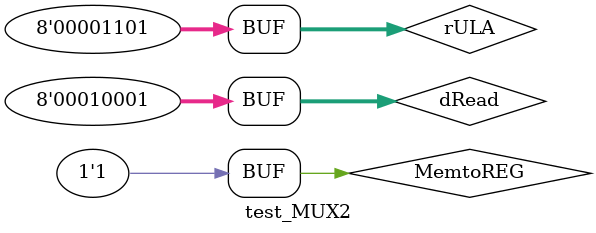
<source format=v>
module test_MUX2;
    reg [7:0] dRead;
    reg [7:0] rULA;
    reg MemtoREG;
    wire [7:0] out;
    initial begin
        #1 MemtoREG = 0; dRead = 8'b00010001; rULA = 8'b00001101;

        #1 MemtoREG = 1; 
    end
    initial begin
        $monitor("Time=%0d, controle: MemtoREG %b, in dRead: %b, in rULA: %b, out: %b",
                $time, MemtoREG, dRead, rULA, out);
    end
    MUX2 gate1(dRead, rULA, out, MemtoREG);
endmodule


</source>
